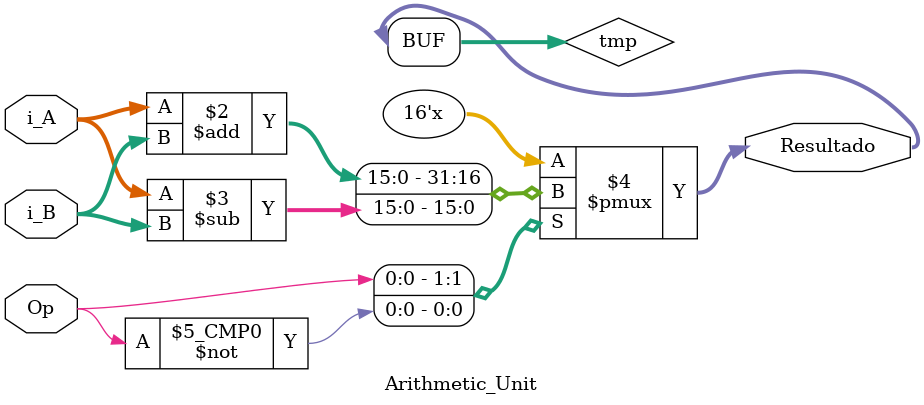
<source format=v>
module Arithmetic_Unit (
	input  wire [15:0] i_A      ,
	input  wire [15:0] i_B      ,
	input  wire        Op       ,
	output wire [15:0] Resultado
);

	reg [15:0] tmp;

	always @(*) begin : proc_au

		case (Op)

			1'b1 : tmp = i_A + i_B;
			1'b0 : tmp = i_A - i_B;

			default : tmp = 16'b0;
		endcase

	end

	assign Resultado = tmp;

endmodule
</source>
